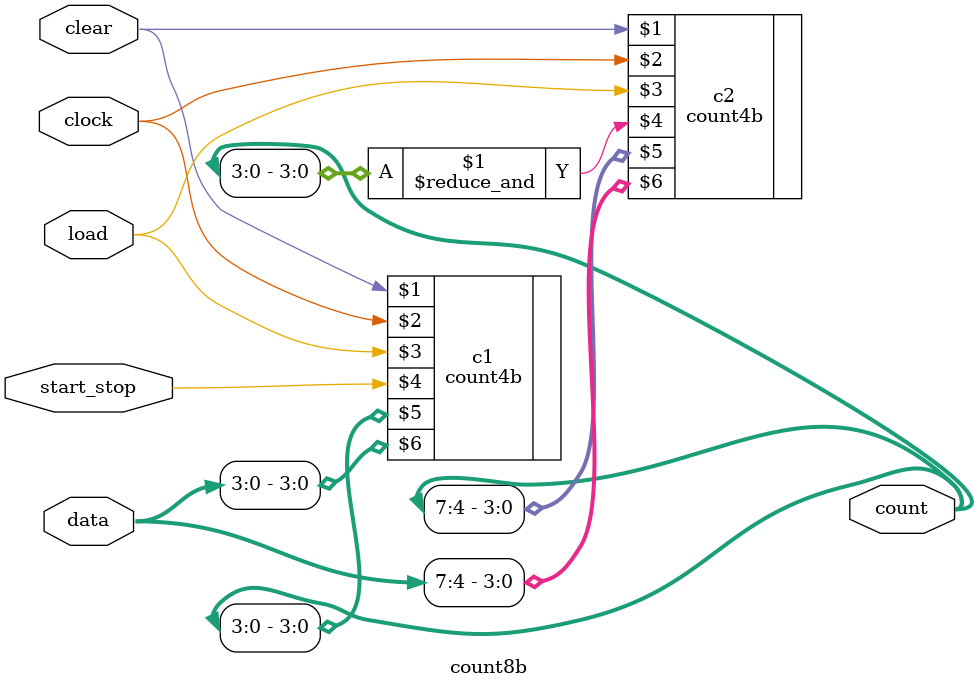
<source format=v>
module count8b (clear, clock, load, start_stop, count, data);
  input [7:0] data;
  output [7:0] count;
  input start_stop;
  input load;
  input clock;
  input clear;
  wire [7:0] count;
  
  count4b c1(clear, clock, load, start_stop, count[3:0], data[3:0]);
  count4b c2(clear, clock, load, &count[3:0], count[7:4], data[7:4]);

endmodule

</source>
